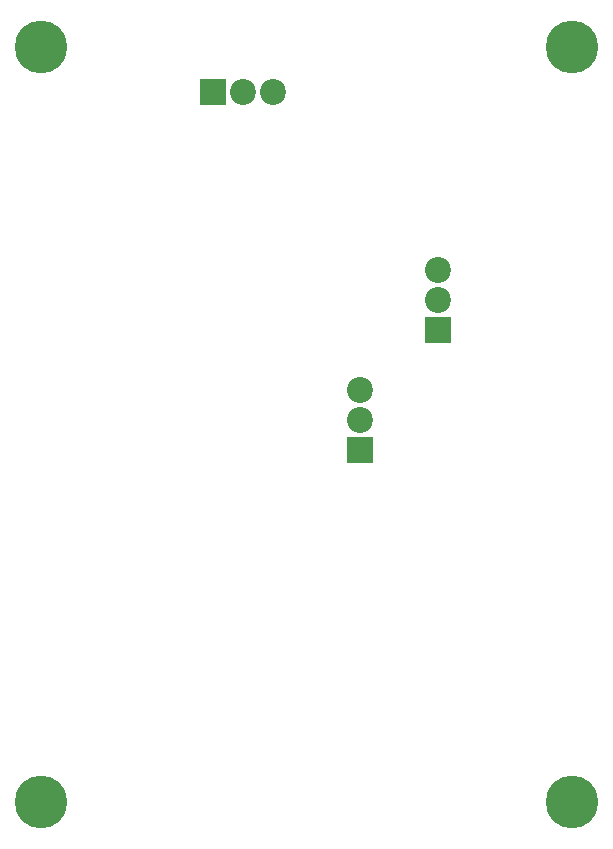
<source format=gbs>
G04 (created by PCBNEW (2013-may-18)-stable) date Mon 25 May 2015 09:55:45 PM CEST*
%MOIN*%
G04 Gerber Fmt 3.4, Leading zero omitted, Abs format*
%FSLAX34Y34*%
G01*
G70*
G90*
G04 APERTURE LIST*
%ADD10C,0.00590551*%
%ADD11R,0.0866142X0.0866142*%
%ADD12C,0.0866142*%
%ADD13C,0.175748*%
G04 APERTURE END LIST*
G54D10*
G54D11*
X70724Y-40960D03*
G54D12*
X70724Y-39960D03*
X70724Y-38960D03*
G54D13*
X75196Y-31496D03*
X57480Y-31496D03*
X57480Y-56692D03*
X75196Y-56692D03*
G54D11*
X63216Y-33015D03*
G54D12*
X64216Y-33015D03*
X65216Y-33015D03*
G54D11*
X68114Y-44948D03*
G54D12*
X68114Y-43948D03*
X68114Y-42948D03*
M02*

</source>
